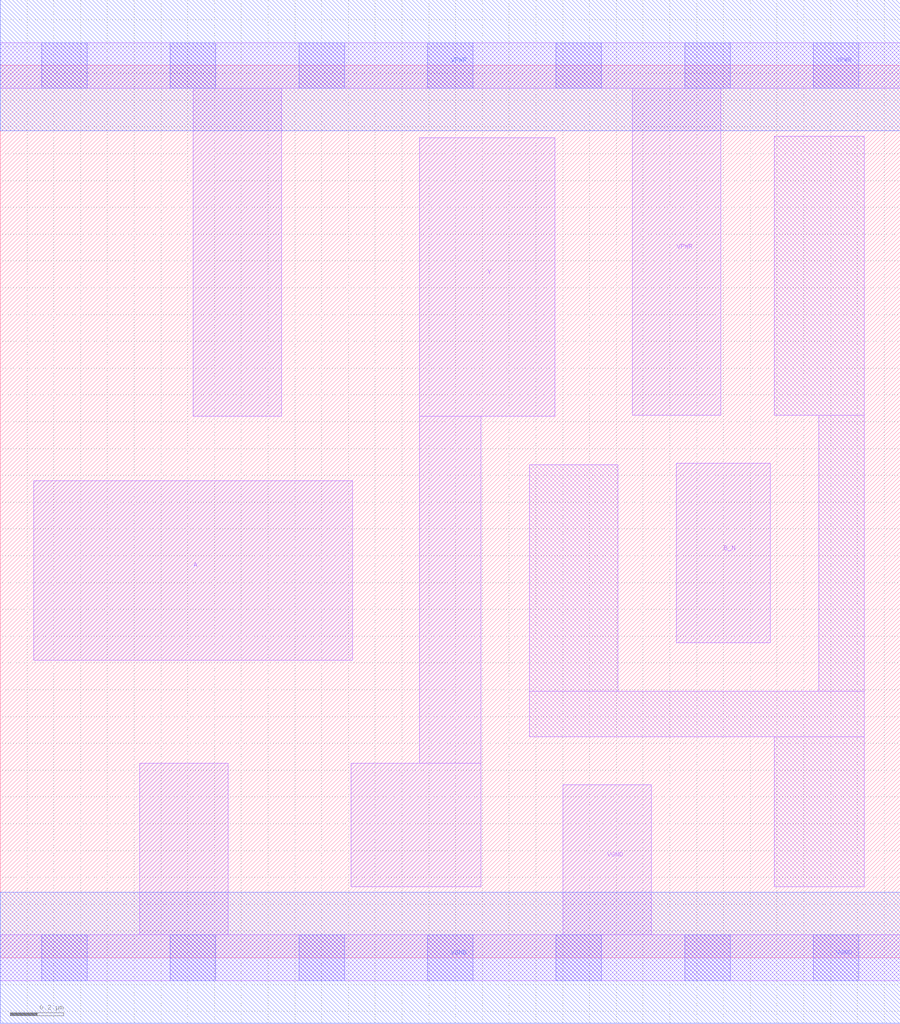
<source format=lef>
# Copyright 2020 The SkyWater PDK Authors
#
# Licensed under the Apache License, Version 2.0 (the "License");
# you may not use this file except in compliance with the License.
# You may obtain a copy of the License at
#
#     https://www.apache.org/licenses/LICENSE-2.0
#
# Unless required by applicable law or agreed to in writing, software
# distributed under the License is distributed on an "AS IS" BASIS,
# WITHOUT WARRANTIES OR CONDITIONS OF ANY KIND, either express or implied.
# See the License for the specific language governing permissions and
# limitations under the License.
#
# SPDX-License-Identifier: Apache-2.0

VERSION 5.7 ;
  NAMESCASESENSITIVE ON ;
  NOWIREEXTENSIONATPIN ON ;
  DIVIDERCHAR "/" ;
  BUSBITCHARS "[]" ;
UNITS
  DATABASE MICRONS 200 ;
END UNITS
MACRO sky130_fd_sc_lp__nor2b_lp
  CLASS CORE ;
  SOURCE USER ;
  FOREIGN sky130_fd_sc_lp__nor2b_lp ;
  ORIGIN  0.000000  0.000000 ;
  SIZE  3.360000 BY  3.330000 ;
  SYMMETRY X Y R90 ;
  SITE unit ;
  PIN A
    ANTENNAGATEAREA  0.376000 ;
    DIRECTION INPUT ;
    USE SIGNAL ;
    PORT
      LAYER li1 ;
        RECT 0.125000 1.110000 1.315000 1.780000 ;
    END
  END A
  PIN B_N
    ANTENNAGATEAREA  0.376000 ;
    DIRECTION INPUT ;
    USE SIGNAL ;
    PORT
      LAYER li1 ;
        RECT 2.525000 1.175000 2.875000 1.845000 ;
    END
  END B_N
  PIN Y
    ANTENNADIFFAREA  0.402600 ;
    DIRECTION OUTPUT ;
    USE SIGNAL ;
    PORT
      LAYER li1 ;
        RECT 1.310000 0.265000 1.795000 0.725000 ;
        RECT 1.565000 0.725000 1.795000 2.020000 ;
        RECT 1.565000 2.020000 2.070000 3.060000 ;
    END
  END Y
  PIN VGND
    DIRECTION INOUT ;
    USE GROUND ;
    PORT
      LAYER li1 ;
        RECT 0.000000 -0.085000 3.360000 0.085000 ;
        RECT 0.520000  0.085000 0.850000 0.725000 ;
        RECT 2.100000  0.085000 2.430000 0.645000 ;
      LAYER mcon ;
        RECT 0.155000 -0.085000 0.325000 0.085000 ;
        RECT 0.635000 -0.085000 0.805000 0.085000 ;
        RECT 1.115000 -0.085000 1.285000 0.085000 ;
        RECT 1.595000 -0.085000 1.765000 0.085000 ;
        RECT 2.075000 -0.085000 2.245000 0.085000 ;
        RECT 2.555000 -0.085000 2.725000 0.085000 ;
        RECT 3.035000 -0.085000 3.205000 0.085000 ;
      LAYER met1 ;
        RECT 0.000000 -0.245000 3.360000 0.245000 ;
    END
  END VGND
  PIN VPWR
    DIRECTION INOUT ;
    USE POWER ;
    PORT
      LAYER li1 ;
        RECT 0.000000 3.245000 3.360000 3.415000 ;
        RECT 0.720000 2.020000 1.050000 3.245000 ;
        RECT 2.360000 2.025000 2.690000 3.245000 ;
      LAYER mcon ;
        RECT 0.155000 3.245000 0.325000 3.415000 ;
        RECT 0.635000 3.245000 0.805000 3.415000 ;
        RECT 1.115000 3.245000 1.285000 3.415000 ;
        RECT 1.595000 3.245000 1.765000 3.415000 ;
        RECT 2.075000 3.245000 2.245000 3.415000 ;
        RECT 2.555000 3.245000 2.725000 3.415000 ;
        RECT 3.035000 3.245000 3.205000 3.415000 ;
      LAYER met1 ;
        RECT 0.000000 3.085000 3.360000 3.575000 ;
    END
  END VPWR
  OBS
    LAYER li1 ;
      RECT 1.975000 0.825000 3.225000 0.995000 ;
      RECT 1.975000 0.995000 2.305000 1.840000 ;
      RECT 2.890000 0.265000 3.225000 0.825000 ;
      RECT 2.890000 2.025000 3.225000 3.065000 ;
      RECT 3.055000 0.995000 3.225000 2.025000 ;
  END
END sky130_fd_sc_lp__nor2b_lp

</source>
